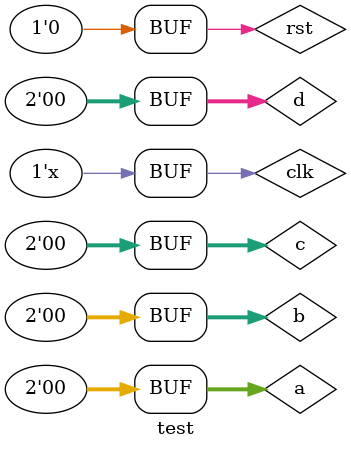
<source format=v>
module test();

	wire [7:0] out;
	reg [1:0] a, b, c, d;
	reg clk, rst;

	main m (out, a, b, c, d, clk, rst);

	always
	#200 clk=~clk;


	initial begin
	clk=0;
	rst=0;
	#500 a=0;b=0;c=0;d=0;

	end

endmodule

</source>
